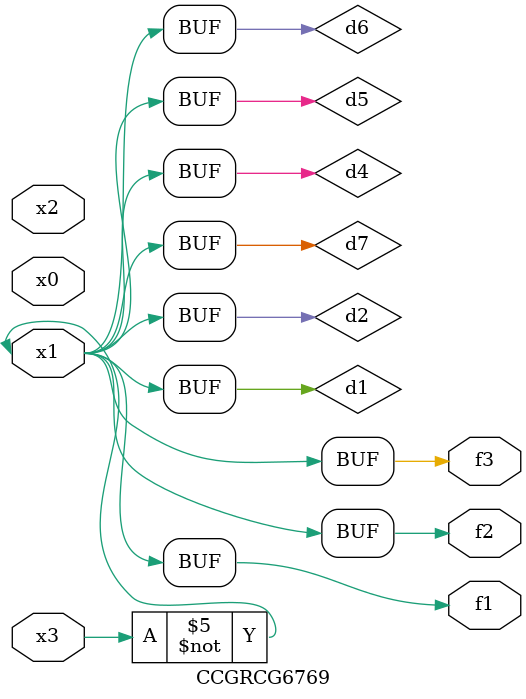
<source format=v>
module CCGRCG6769(
	input x0, x1, x2, x3,
	output f1, f2, f3
);

	wire d1, d2, d3, d4, d5, d6, d7;

	not (d1, x3);
	buf (d2, x1);
	xnor (d3, d1, d2);
	nor (d4, d1);
	buf (d5, d1, d2);
	buf (d6, d4, d5);
	nand (d7, d4);
	assign f1 = d6;
	assign f2 = d7;
	assign f3 = d6;
endmodule

</source>
